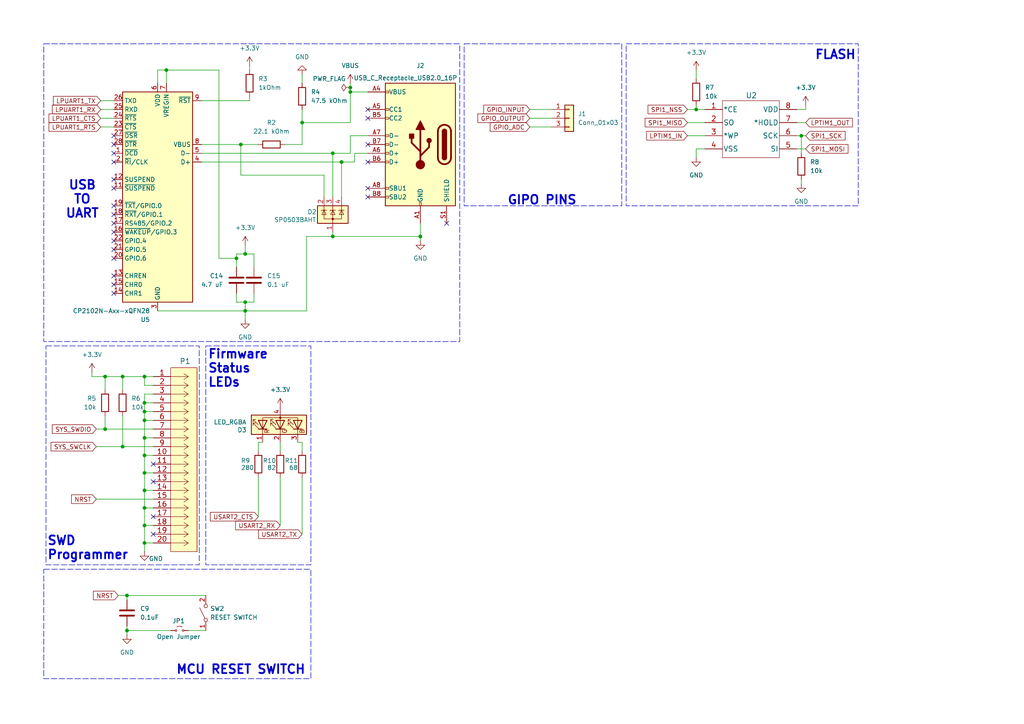
<source format=kicad_sch>
(kicad_sch (version 20231120) (generator "eeschema") (generator_version "8.0")
  (paper "A4")
  (lib_symbols
    (symbol "Connector:USB_C_Receptacle_USB2.0_16P" (pin_names (offset 1.016))
      (property "Reference" "J" (at 0 22.225 0))
      (property "Value" "USB_C_Receptacle_USB2.0_16P" (at 0 19.685 0))
      (symbol "USB_C_Receptacle_USB2.0_16P_0_0"
        (rectangle (start -0.254 -17.78) (end 0.254 -16.764))
        (rectangle (start 10.16 -14.986) (end 9.144 -15.494))
        (rectangle (start 10.16 -12.446) (end 9.144 -12.954))
        (rectangle (start 10.16 -4.826) (end 9.144 -5.334))
        (rectangle (start 10.16 -2.286) (end 9.144 -2.794))
        (rectangle (start 10.16 0.254) (end 9.144 -0.254))
        (rectangle (start 10.16 2.794) (end 9.144 2.286))
        (rectangle (start 10.16 7.874) (end 9.144 7.366))
        (rectangle (start 10.16 10.414) (end 9.144 9.906))
        (rectangle (start 10.16 15.494) (end 9.144 14.986))
      )
      (symbol "USB_C_Receptacle_USB2.0_16P_0_1"
        (rectangle (start -10.16 17.78) (end 10.16 -17.78) (stroke (width 0.254)) (fill (type background)))
        (arc (start -8.89 -3.81) (mid -6.985 -5.7067) (end -5.08 -3.81) (stroke (width 0.508)))
        (arc (start -7.62 -3.81) (mid -6.985 -4.4423) (end -6.35 -3.81) (stroke (width 0.254)))
        (arc (start -7.62 -3.81) (mid -6.985 -4.4423) (end -6.35 -3.81) (stroke (width 0.254)) (fill (type outline)))
        (rectangle (start -7.62 -3.81) (end -6.35 3.81) (stroke (width 0.254)) (fill (type outline)))
        (arc (start -6.35 3.81) (mid -6.985 4.4423) (end -7.62 3.81) (stroke (width 0.254)))
        (arc (start -6.35 3.81) (mid -6.985 4.4423) (end -7.62 3.81) (stroke (width 0.254)) (fill (type outline)))
        (arc (start -5.08 3.81) (mid -6.985 5.7067) (end -8.89 3.81) (stroke (width 0.508)))
        (circle (center -2.54 1.143) (radius 0.635) (stroke (width 0.254)) (fill (type outline)))
        (circle (center 0 -5.842) (radius 1.27) (fill (type outline)))
        (polyline (pts (xy -8.89 -3.81) (xy -8.89 3.81)) (stroke (width 0.508)))
        (polyline (pts (xy -5.08 3.81) (xy -5.08 -3.81)) (stroke (width 0.508)))
        (polyline (pts (xy 0 -5.842) (xy 0 4.318)) (stroke (width 0.508)))
        (polyline (pts (xy 0 -3.302) (xy -2.54 -0.762) (xy -2.54 0.508)) (stroke (width 0.508)))
        (polyline (pts (xy 0 -2.032) (xy 2.54 0.508) (xy 2.54 1.778)) (stroke (width 0.508)))
        (polyline (pts (xy -1.27 4.318) (xy 0 6.858) (xy 1.27 4.318) (xy -1.27 4.318)) (stroke (width 0.254)) (fill (type outline)))
        (rectangle (start 1.905 1.778) (end 3.175 3.048) (stroke (width 0.254)) (fill (type outline)))
      )
      (symbol "USB_C_Receptacle_USB2.0_16P_1_1"
        (pin passive line (at 0 -22.86 90) (length 5.08) (name "GND") (number "A1"))
        (pin passive line (at 0 -22.86 90) (length 5.08) hide (name "GND") (number "A12"))
        (pin passive line (at 15.24 15.24 180) (length 5.08) (name "VBUS") (number "A4"))
        (pin bidirectional line (at 15.24 10.16 180) (length 5.08) (name "CC1") (number "A5"))
        (pin bidirectional line (at 15.24 -2.54 180) (length 5.08) (name "D+") (number "A6"))
        (pin bidirectional line (at 15.24 2.54 180) (length 5.08) (name "D-") (number "A7"))
        (pin bidirectional line (at 15.24 -12.7 180) (length 5.08) (name "SBU1") (number "A8"))
        (pin passive line (at 15.24 15.24 180) (length 5.08) hide (name "VBUS") (number "A9"))
        (pin passive line (at 0 -22.86 90) (length 5.08) hide (name "GND") (number "B1"))
        (pin passive line (at 0 -22.86 90) (length 5.08) hide (name "GND") (number "B12"))
        (pin passive line (at 15.24 15.24 180) (length 5.08) hide (name "VBUS") (number "B4"))
        (pin bidirectional line (at 15.24 7.62 180) (length 5.08) (name "CC2") (number "B5"))
        (pin bidirectional line (at 15.24 -5.08 180) (length 5.08) (name "D+") (number "B6"))
        (pin bidirectional line (at 15.24 0 180) (length 5.08) (name "D-") (number "B7"))
        (pin bidirectional line (at 15.24 -15.24 180) (length 5.08) (name "SBU2") (number "B8"))
        (pin passive line (at 15.24 15.24 180) (length 5.08) hide (name "VBUS") (number "B9"))
        (pin passive line (at -7.62 -22.86 90) (length 5.08) (name "SHIELD") (number "S1"))
      )
    )
    (symbol "Connector_Generic:Conn_01x03" (pin_names (offset 1.016) hide)
      (property "Reference" "J" (at 0 5.08 0))
      (property "Value" "Conn_01x03" (at 0 -5.08 0))
      (symbol "Conn_01x03_1_1"
        (rectangle (start -1.27 -2.413) (end 0 -2.667) (stroke (width 0.1524)))
        (rectangle (start -1.27 0.127) (end 0 -0.127) (stroke (width 0.1524)))
        (rectangle (start -1.27 2.667) (end 0 2.413) (stroke (width 0.1524)))
        (rectangle (start -1.27 3.81) (end 1.27 -3.81) (stroke (width 0.254)) (fill (type background)))
        (pin passive line (at -5.08 2.54 0) (length 3.81) (name "Pin_1") (number "1"))
        (pin passive line (at -5.08 0 0) (length 3.81) (name "Pin_2") (number "2"))
        (pin passive line (at -5.08 -2.54 0) (length 3.81) (name "Pin_3") (number "3"))
      )
    )
    (symbol "Device:C" (pin_numbers hide) (pin_names (offset 0.254))
      (property "Reference" "C" (at 0.635 2.54 0))
      (property "Value" "C" (at 0.635 -2.54 0))
      (symbol "C_0_1"
        (polyline (pts (xy -2.032 -0.762) (xy 2.032 -0.762)) (stroke (width 0.508)))
        (polyline (pts (xy -2.032 0.762) (xy 2.032 0.762)) (stroke (width 0.508)))
      )
      (symbol "C_1_1"
        (pin passive line (at 0 3.81 270) (length 2.794) (name "~") (number "1"))
        (pin passive line (at 0 -3.81 90) (length 2.794) (name "~") (number "2"))
      )
    )
    (symbol "Device:LED_RGBA" (pin_names (offset 0) hide)
      (property "Reference" "D" (at 0 9.398 0))
      (property "Value" "LED_RGBA" (at 0 -8.89 0))
      (symbol "LED_RGBA_0_0"
        (text "B" (at -1.905 -6.35 0) (effects (font (size 1.27 1.27))))
        (text "G" (at -1.905 -1.27 0) (effects (font (size 1.27 1.27))))
        (text "R" (at -1.905 3.81 0) (effects (font (size 1.27 1.27))))
      )
      (symbol "LED_RGBA_0_1"
        (polyline (pts (xy -1.27 -5.08) (xy -2.54 -5.08)))
        (polyline (pts (xy -1.27 -5.08) (xy 1.27 -5.08)))
        (polyline (pts (xy -1.27 -3.81) (xy -1.27 -6.35)) (stroke (width 0.254)))
        (polyline (pts (xy -1.27 0) (xy -2.54 0)))
        (polyline (pts (xy -1.27 1.27) (xy -1.27 -1.27)) (stroke (width 0.254)))
        (polyline (pts (xy -1.27 5.08) (xy -2.54 5.08)))
        (polyline (pts (xy -1.27 5.08) (xy 1.27 5.08)))
        (polyline (pts (xy -1.27 6.35) (xy -1.27 3.81)) (stroke (width 0.254)))
        (polyline (pts (xy 1.27 0) (xy -1.27 0)))
        (polyline (pts (xy 1.27 0) (xy 2.54 0)))
        (polyline (pts (xy -1.27 1.27) (xy -1.27 -1.27) (xy -1.27 -1.27)))
        (polyline (pts (xy -1.27 6.35) (xy -1.27 3.81) (xy -1.27 3.81)))
        (polyline (pts (xy 1.27 -5.08) (xy 2.032 -5.08) (xy 2.032 5.08) (xy 1.27 5.08)))
        (polyline (pts (xy 1.27 -3.81) (xy 1.27 -6.35) (xy -1.27 -5.08) (xy 1.27 -3.81)) (stroke (width 0.254)))
        (polyline (pts (xy 1.27 1.27) (xy 1.27 -1.27) (xy -1.27 0) (xy 1.27 1.27)) (stroke (width 0.254)))
        (polyline (pts (xy 1.27 6.35) (xy 1.27 3.81) (xy -1.27 5.08) (xy 1.27 6.35)) (stroke (width 0.254)))
        (polyline (pts (xy -1.016 -3.81) (xy 0.508 -2.286) (xy -0.254 -2.286) (xy 0.508 -2.286) (xy 0.508 -3.048)))
        (polyline (pts (xy -1.016 1.27) (xy 0.508 2.794) (xy -0.254 2.794) (xy 0.508 2.794) (xy 0.508 2.032)))
        (polyline (pts (xy -1.016 6.35) (xy 0.508 7.874) (xy -0.254 7.874) (xy 0.508 7.874) (xy 0.508 7.112)))
        (polyline (pts (xy 0 -3.81) (xy 1.524 -2.286) (xy 0.762 -2.286) (xy 1.524 -2.286) (xy 1.524 -3.048)))
        (polyline (pts (xy 0 1.27) (xy 1.524 2.794) (xy 0.762 2.794) (xy 1.524 2.794) (xy 1.524 2.032)))
        (polyline (pts (xy 0 6.35) (xy 1.524 7.874) (xy 0.762 7.874) (xy 1.524 7.874) (xy 1.524 7.112)))
        (rectangle (start 1.27 -1.27) (end 1.27 1.27))
        (rectangle (start 1.27 1.27) (end 1.27 1.27))
        (rectangle (start 1.27 3.81) (end 1.27 6.35))
        (rectangle (start 1.27 6.35) (end 1.27 6.35))
        (circle (center 2.032 0) (radius 0.254) (fill (type outline)))
        (rectangle (start 2.794 8.382) (end -2.794 -7.62) (stroke (width 0.254)) (fill (type background)))
      )
      (symbol "LED_RGBA_1_1"
        (pin passive line (at -5.08 5.08 0) (length 2.54) (name "RK") (number "1"))
        (pin passive line (at -5.08 0 0) (length 2.54) (name "GK") (number "2"))
        (pin passive line (at -5.08 -5.08 0) (length 2.54) (name "BK") (number "3"))
        (pin passive line (at 5.08 0 180) (length 2.54) (name "A") (number "4"))
      )
    )
    (symbol "Device:R" (pin_numbers hide) (pin_names (offset 0))
      (property "Reference" "R" (at 2.032 0 90))
      (property "Value" "R" (at 0 0 90))
      (symbol "R_0_1"
        (rectangle (start -1.016 -2.54) (end 1.016 2.54) (stroke (width 0.254)))
      )
      (symbol "R_1_1"
        (pin passive line (at 0 3.81 270) (length 1.27) (name "~") (number "1"))
        (pin passive line (at 0 -3.81 90) (length 1.27) (name "~") (number "2"))
      )
    )
    (symbol "Flight-Computer-cache:Engine-Controller_SST25VF040B-50-4I-S2AE-T" (pin_names (offset 0.254))
      (property "Reference" "U" (at -2.54 6.35 0))
      (property "Value" "Engine-Controller_SST25VF040B-50-4I-S2AE-T" (at 0 -13.97 0))
      (symbol "Engine-Controller_SST25VF040B-50-4I-S2AE-T_1_1"
        (polyline (pts (xy -8.89 -11.43) (xy 7.62 -11.43)) (stroke (width 0.127)))
        (polyline (pts (xy -8.89 5.08) (xy -8.89 -11.43)) (stroke (width 0.127)))
        (polyline (pts (xy 7.62 -11.43) (xy 7.62 5.08)) (stroke (width 0.127)))
        (polyline (pts (xy 7.62 5.08) (xy -8.89 5.08)) (stroke (width 0.127)))
        (pin input line (at -13.97 2.54 0) (length 5.08) (name "*CE") (number "1"))
        (pin output line (at -13.97 -1.27 0) (length 5.08) (name "SO") (number "2"))
        (pin input line (at -13.97 -5.08 0) (length 5.08) (name "*WP") (number "3"))
        (pin power_in line (at -13.97 -8.89 0) (length 5.08) (name "VSS") (number "4"))
        (pin input line (at 12.7 -8.89 180) (length 5.08) (name "SI") (number "5"))
        (pin input line (at 12.7 -5.08 180) (length 5.08) (name "SCK") (number "6"))
        (pin input line (at 12.7 -1.27 180) (length 5.08) (name "*HOLD") (number "7"))
        (pin power_in line (at 12.7 2.54 180) (length 5.08) (name "VDD") (number "8"))
      )
    )
    (symbol "Flight-Computer:3220-20-0200-00" (pin_names (offset 0.254) hide)
      (property "Reference" "P" (at 8.89 6.35 0))
      (symbol "3220-20-0200-00_1_1"
        (polyline (pts (xy 5.08 -50.8) (xy 12.7 -50.8)) (stroke (width 0.127)))
        (polyline (pts (xy 5.08 2.54) (xy 5.08 -50.8)) (stroke (width 0.127)))
        (polyline (pts (xy 10.16 -48.26) (xy 5.08 -48.26)) (stroke (width 0.127)))
        (polyline (pts (xy 10.16 -48.26) (xy 8.89 -49.0982)) (stroke (width 0.127)))
        (polyline (pts (xy 10.16 -48.26) (xy 8.89 -47.4218)) (stroke (width 0.127)))
        (polyline (pts (xy 10.16 -45.72) (xy 5.08 -45.72)) (stroke (width 0.127)))
        (polyline (pts (xy 10.16 -45.72) (xy 8.89 -46.5582)) (stroke (width 0.127)))
        (polyline (pts (xy 10.16 -45.72) (xy 8.89 -44.8818)) (stroke (width 0.127)))
        (polyline (pts (xy 10.16 -43.18) (xy 5.08 -43.18)) (stroke (width 0.127)))
        (polyline (pts (xy 10.16 -43.18) (xy 8.89 -44.0182)) (stroke (width 0.127)))
        (polyline (pts (xy 10.16 -43.18) (xy 8.89 -42.3418)) (stroke (width 0.127)))
        (polyline (pts (xy 10.16 -40.64) (xy 5.08 -40.64)) (stroke (width 0.127)))
        (polyline (pts (xy 10.16 -40.64) (xy 8.89 -41.4782)) (stroke (width 0.127)))
        (polyline (pts (xy 10.16 -40.64) (xy 8.89 -39.8018)) (stroke (width 0.127)))
        (polyline (pts (xy 10.16 -38.1) (xy 5.08 -38.1)) (stroke (width 0.127)))
        (polyline (pts (xy 10.16 -38.1) (xy 8.89 -38.9382)) (stroke (width 0.127)))
        (polyline (pts (xy 10.16 -38.1) (xy 8.89 -37.2618)) (stroke (width 0.127)))
        (polyline (pts (xy 10.16 -35.56) (xy 5.08 -35.56)) (stroke (width 0.127)))
        (polyline (pts (xy 10.16 -35.56) (xy 8.89 -36.3982)) (stroke (width 0.127)))
        (polyline (pts (xy 10.16 -35.56) (xy 8.89 -34.7218)) (stroke (width 0.127)))
        (polyline (pts (xy 10.16 -33.02) (xy 5.08 -33.02)) (stroke (width 0.127)))
        (polyline (pts (xy 10.16 -33.02) (xy 8.89 -33.8582)) (stroke (width 0.127)))
        (polyline (pts (xy 10.16 -33.02) (xy 8.89 -32.1818)) (stroke (width 0.127)))
        (polyline (pts (xy 10.16 -30.48) (xy 5.08 -30.48)) (stroke (width 0.127)))
        (polyline (pts (xy 10.16 -30.48) (xy 8.89 -31.3182)) (stroke (width 0.127)))
        (polyline (pts (xy 10.16 -30.48) (xy 8.89 -29.6418)) (stroke (width 0.127)))
        (polyline (pts (xy 10.16 -27.94) (xy 5.08 -27.94)) (stroke (width 0.127)))
        (polyline (pts (xy 10.16 -27.94) (xy 8.89 -28.7782)) (stroke (width 0.127)))
        (polyline (pts (xy 10.16 -27.94) (xy 8.89 -27.1018)) (stroke (width 0.127)))
        (polyline (pts (xy 10.16 -25.4) (xy 5.08 -25.4)) (stroke (width 0.127)))
        (polyline (pts (xy 10.16 -25.4) (xy 8.89 -26.2382)) (stroke (width 0.127)))
        (polyline (pts (xy 10.16 -25.4) (xy 8.89 -24.5618)) (stroke (width 0.127)))
        (polyline (pts (xy 10.16 -22.86) (xy 5.08 -22.86)) (stroke (width 0.127)))
        (polyline (pts (xy 10.16 -22.86) (xy 8.89 -23.6982)) (stroke (width 0.127)))
        (polyline (pts (xy 10.16 -22.86) (xy 8.89 -22.0218)) (stroke (width 0.127)))
        (polyline (pts (xy 10.16 -20.32) (xy 5.08 -20.32)) (stroke (width 0.127)))
        (polyline (pts (xy 10.16 -20.32) (xy 8.89 -21.1582)) (stroke (width 0.127)))
        (polyline (pts (xy 10.16 -20.32) (xy 8.89 -19.4818)) (stroke (width 0.127)))
        (polyline (pts (xy 10.16 -17.78) (xy 5.08 -17.78)) (stroke (width 0.127)))
        (polyline (pts (xy 10.16 -17.78) (xy 8.89 -18.6182)) (stroke (width 0.127)))
        (polyline (pts (xy 10.16 -17.78) (xy 8.89 -16.9418)) (stroke (width 0.127)))
        (polyline (pts (xy 10.16 -15.24) (xy 5.08 -15.24)) (stroke (width 0.127)))
        (polyline (pts (xy 10.16 -15.24) (xy 8.89 -16.0782)) (stroke (width 0.127)))
        (polyline (pts (xy 10.16 -15.24) (xy 8.89 -14.4018)) (stroke (width 0.127)))
        (polyline (pts (xy 10.16 -12.7) (xy 5.08 -12.7)) (stroke (width 0.127)))
        (polyline (pts (xy 10.16 -12.7) (xy 8.89 -13.5382)) (stroke (width 0.127)))
        (polyline (pts (xy 10.16 -12.7) (xy 8.89 -11.8618)) (stroke (width 0.127)))
        (polyline (pts (xy 10.16 -10.16) (xy 5.08 -10.16)) (stroke (width 0.127)))
        (polyline (pts (xy 10.16 -10.16) (xy 8.89 -10.9982)) (stroke (width 0.127)))
        (polyline (pts (xy 10.16 -10.16) (xy 8.89 -9.3218)) (stroke (width 0.127)))
        (polyline (pts (xy 10.16 -7.62) (xy 5.08 -7.62)) (stroke (width 0.127)))
        (polyline (pts (xy 10.16 -7.62) (xy 8.89 -8.4582)) (stroke (width 0.127)))
        (polyline (pts (xy 10.16 -7.62) (xy 8.89 -6.7818)) (stroke (width 0.127)))
        (polyline (pts (xy 10.16 -5.08) (xy 5.08 -5.08)) (stroke (width 0.127)))
        (polyline (pts (xy 10.16 -5.08) (xy 8.89 -5.9182)) (stroke (width 0.127)))
        (polyline (pts (xy 10.16 -5.08) (xy 8.89 -4.2418)) (stroke (width 0.127)))
        (polyline (pts (xy 10.16 -2.54) (xy 5.08 -2.54)) (stroke (width 0.127)))
        (polyline (pts (xy 10.16 -2.54) (xy 8.89 -3.3782)) (stroke (width 0.127)))
        (polyline (pts (xy 10.16 -2.54) (xy 8.89 -1.7018)) (stroke (width 0.127)))
        (polyline (pts (xy 10.16 0) (xy 5.08 0)) (stroke (width 0.127)))
        (polyline (pts (xy 10.16 0) (xy 8.89 -0.8382)) (stroke (width 0.127)))
        (polyline (pts (xy 10.16 0) (xy 8.89 0.8382)) (stroke (width 0.127)))
        (polyline (pts (xy 12.7 -50.8) (xy 12.7 2.54)) (stroke (width 0.127)))
        (polyline (pts (xy 12.7 2.54) (xy 5.08 2.54)) (stroke (width 0.127)) (fill (type background)))
        (rectangle (start 5.08 2.54) (end 12.7 -50.8) (stroke (width 0.127)) (fill (type background)))
        (pin passive line (at 0 0 0) (length 5.08) (name "1") (number "1"))
        (pin passive line (at 0 -22.86 0) (length 5.08) (name "10") (number "10"))
        (pin passive line (at 0 -25.4 0) (length 5.08) (name "11") (number "11"))
        (pin passive line (at 0 -27.94 0) (length 5.08) (name "12") (number "12"))
        (pin passive line (at 0 -30.48 0) (length 5.08) (name "13") (number "13"))
        (pin passive line (at 0 -33.02 0) (length 5.08) (name "14") (number "14"))
        (pin passive line (at 0 -35.56 0) (length 5.08) (name "15") (number "15"))
        (pin passive line (at 0 -38.1 0) (length 5.08) (name "16") (number "16"))
        (pin passive line (at 0 -40.64 0) (length 5.08) (name "17") (number "17"))
        (pin passive line (at 0 -43.18 0) (length 5.08) (name "18") (number "18"))
        (pin passive line (at 0 -45.72 0) (length 5.08) (name "19") (number "19"))
        (pin passive line (at 0 -2.54 0) (length 5.08) (name "2") (number "2"))
        (pin passive line (at 0 -48.26 0) (length 5.08) (name "20") (number "20"))
        (pin passive line (at 0 -5.08 0) (length 5.08) (name "3") (number "3"))
        (pin passive line (at 0 -7.62 0) (length 5.08) (name "4") (number "4"))
        (pin passive line (at 0 -10.16 0) (length 5.08) (name "5") (number "5"))
        (pin passive line (at 0 -12.7 0) (length 5.08) (name "6") (number "6"))
        (pin passive line (at 0 -15.24 0) (length 5.08) (name "7") (number "7"))
        (pin passive line (at 0 -17.78 0) (length 5.08) (name "8") (number "8"))
        (pin passive line (at 0 -20.32 0) (length 5.08) (name "9") (number "9"))
      )
    )
    (symbol "Interface_USB:CP2102N-Axx-xQFN28"
      (property "Reference" "U" (at -8.89 31.75 0))
      (property "Value" "CP2102N-Axx-xQFN28" (at 12.7 31.75 0))
      (symbol "CP2102N-Axx-xQFN28_0_1"
        (rectangle (start -10.16 30.48) (end 10.16 -30.48) (stroke (width 0.254)) (fill (type background)))
      )
      (symbol "CP2102N-Axx-xQFN28_1_1"
        (pin input line (at 12.7 12.7 180) (length 2.54) (name "~{DCD}") (number "1"))
        (pin no_connect line (at -10.16 -27.94 0) (length 2.54) hide (name "NC") (number "10"))
        (pin output line (at 12.7 2.54 180) (length 2.54) (name "~{SUSPEND}") (number "11"))
        (pin output line (at 12.7 5.08 180) (length 2.54) (name "SUSPEND") (number "12"))
        (pin output line (at 12.7 -22.86 180) (length 2.54) (name "CHREN") (number "13"))
        (pin output line (at 12.7 -27.94 180) (length 2.54) (name "CHR1") (number "14"))
        (pin output line (at 12.7 -25.4 180) (length 2.54) (name "CHR0") (number "15"))
        (pin bidirectional line (at 12.7 -10.16 180) (length 2.54) (name "~{WAKEUP}/GPIO.3") (number "16"))
        (pin bidirectional line (at 12.7 -7.62 180) (length 2.54) (name "RS485/GPIO.2") (number "17"))
        (pin bidirectional line (at 12.7 -5.08 180) (length 2.54) (name "~{RXT}/GPIO.1") (number "18"))
        (pin bidirectional line (at 12.7 -2.54 180) (length 2.54) (name "~{TXT}/GPIO.0") (number "19"))
        (pin bidirectional line (at 12.7 10.16 180) (length 2.54) (name "~{RI}/CLK") (number "2"))
        (pin bidirectional line (at 12.7 -17.78 180) (length 2.54) (name "GPIO.6") (number "20"))
        (pin bidirectional line (at 12.7 -15.24 180) (length 2.54) (name "GPIO.5") (number "21"))
        (pin bidirectional line (at 12.7 -12.7 180) (length 2.54) (name "GPIO.4") (number "22"))
        (pin input line (at 12.7 20.32 180) (length 2.54) (name "~{CTS}") (number "23"))
        (pin output line (at 12.7 22.86 180) (length 2.54) (name "~{RTS}") (number "24"))
        (pin input line (at 12.7 25.4 180) (length 2.54) (name "RXD") (number "25"))
        (pin output line (at 12.7 27.94 180) (length 2.54) (name "TXD") (number "26"))
        (pin input line (at 12.7 17.78 180) (length 2.54) (name "~{DSR}") (number "27"))
        (pin output line (at 12.7 15.24 180) (length 2.54) (name "~{DTR}") (number "28"))
        (pin passive line (at 0 -33.02 90) (length 2.54) hide (name "GND") (number "29"))
        (pin power_in line (at 0 -33.02 90) (length 2.54) (name "GND") (number "3"))
        (pin bidirectional line (at -12.7 10.16 0) (length 2.54) (name "D+") (number "4"))
        (pin bidirectional line (at -12.7 12.7 0) (length 2.54) (name "D-") (number "5"))
        (pin power_in line (at 0 33.02 270) (length 2.54) (name "VDD") (number "6"))
        (pin power_in line (at -2.54 33.02 270) (length 2.54) (name "VREGIN") (number "7"))
        (pin input line (at -12.7 15.24 0) (length 2.54) (name "VBUS") (number "8"))
        (pin input line (at -12.7 27.94 0) (length 2.54) (name "~{RST}") (number "9"))
      )
    )
    (symbol "Jumper:Jumper_2_Small_Open" (pin_numbers hide) (pin_names (offset 0) hide) (exclude_from_sim yes)
      (property "Reference" "JP" (at 0 2.794 0))
      (property "Value" "Jumper_2_Small_Open" (at 0 -2.286 0))
      (symbol "Jumper_2_Small_Open_0_0"
        (circle (center -1.016 0) (radius 0.254))
        (circle (center 1.016 0) (radius 0.254))
      )
      (symbol "Jumper_2_Small_Open_0_1"
        (arc (start 0.762 1.0196) (mid 0 1.2729) (end -0.762 1.0196))
      )
      (symbol "Jumper_2_Small_Open_1_1"
        (pin passive line (at -2.54 0 0) (length 1.27) (name "A") (number "1"))
        (pin passive line (at 2.54 0 180) (length 1.27) (name "B") (number "2"))
      )
    )
    (symbol "Power_Protection:SP0503BAHT" (pin_names hide)
      (property "Reference" "D" (at 5.715 2.54 0))
      (property "Value" "SP0503BAHT" (at 5.715 0.635 0))
      (symbol "SP0503BAHT_0_0"
        (pin passive line (at 0 -5.08 90) (length 2.54) (name "A") (number "1"))
      )
      (symbol "SP0503BAHT_0_1"
        (rectangle (start -4.445 2.54) (end 4.445 -2.54) (stroke (width 0.254)) (fill (type background)))
        (circle (center 0 -1.27) (radius 0.254) (fill (type outline)))
        (polyline (pts (xy -2.54 2.54) (xy -2.54 1.27)))
        (polyline (pts (xy 0 -1.27) (xy 0 -2.54)))
        (polyline (pts (xy 0 -1.27) (xy 0 1.27)))
        (polyline (pts (xy 0 2.54) (xy 0 1.27)))
        (polyline (pts (xy 0.635 1.27) (xy 0.762 1.27)))
        (polyline (pts (xy 2.54 2.54) (xy 2.54 1.27)))
        (polyline (pts (xy 0.635 1.27) (xy -0.762 1.27) (xy -0.762 1.016)))
        (polyline (pts (xy -3.302 1.016) (xy -3.302 1.27) (xy -1.905 1.27) (xy -1.778 1.27)))
        (polyline (pts (xy -2.54 1.27) (xy -2.54 -1.27) (xy 2.54 -1.27) (xy 2.54 1.27)))
        (polyline (pts (xy -2.54 1.27) (xy -1.905 0) (xy -3.175 0) (xy -2.54 1.27)))
        (polyline (pts (xy 0.635 0) (xy -0.635 0) (xy 0 1.27) (xy 0.635 0)))
        (polyline (pts (xy 1.778 1.016) (xy 1.778 1.27) (xy 3.175 1.27) (xy 3.302 1.27)))
        (polyline (pts (xy 2.54 1.27) (xy 1.905 0) (xy 3.175 0) (xy 2.54 1.27)))
      )
      (symbol "SP0503BAHT_1_1"
        (pin passive line (at -2.54 5.08 270) (length 2.54) (name "K") (number "2"))
        (pin passive line (at 0 5.08 270) (length 2.54) (name "K") (number "3"))
        (pin passive line (at 2.54 5.08 270) (length 2.54) (name "K") (number "4"))
      )
    )
    (symbol "Switch:SW_SPST" (pin_names (offset 0) hide)
      (property "Reference" "SW" (at 0 3.175 0))
      (property "Value" "SW_SPST" (at 0 -2.54 0))
      (symbol "SW_SPST_0_0"
        (circle (center -2.032 0) (radius 0.508))
        (polyline (pts (xy -1.524 0.254) (xy 1.524 1.778)))
        (circle (center 2.032 0) (radius 0.508))
      )
      (symbol "SW_SPST_1_1"
        (pin passive line (at -5.08 0 0) (length 2.54) (name "A") (number "1"))
        (pin passive line (at 5.08 0 180) (length 2.54) (name "B") (number "2"))
      )
    )
    (symbol "power:+3.3V" (power) (pin_numbers hide) (pin_names (offset 0) hide)
      (property "Value" "+3.3V" (at 0 3.556 0))
      (symbol "+3.3V_0_1"
        (polyline (pts (xy -0.762 1.27) (xy 0 2.54)))
        (polyline (pts (xy 0 0) (xy 0 2.54)))
        (polyline (pts (xy 0 2.54) (xy 0.762 1.27)))
      )
      (symbol "+3.3V_1_1"
        (pin power_in line (at 0 0 90) (length 0) (name "~") (number "1"))
      )
    )
    (symbol "power:GND" (power) (pin_numbers hide) (pin_names (offset 0) hide)
      (property "Value" "GND" (at 0 -3.81 0))
      (symbol "GND_0_1"
        (polyline (pts (xy 0 0) (xy 0 -1.27) (xy 1.27 -1.27) (xy 0 -2.54) (xy -1.27 -1.27) (xy 0 -1.27)))
      )
      (symbol "GND_1_1"
        (pin power_in line (at 0 0 270) (length 0) (name "~") (number "1"))
      )
    )
    (symbol "power:PWR_FLAG" (power) (pin_numbers hide) (pin_names (offset 0) hide)
      (property "Value" "PWR_FLAG" (at 0 3.81 0))
      (symbol "PWR_FLAG_0_0"
        (pin power_out line (at 0 0 90) (length 0) (name "~") (number "1"))
      )
      (symbol "PWR_FLAG_0_1"
        (polyline (pts (xy 0 0) (xy 0 1.27) (xy -1.016 1.905) (xy 0 2.54) (xy 1.016 1.905) (xy 0 1.27)))
      )
    )
    (symbol "power:VBUS" (power) (pin_numbers hide) (pin_names (offset 0) hide)
      (property "Value" "VBUS" (at 0 3.556 0))
      (symbol "VBUS_0_1"
        (polyline (pts (xy -0.762 1.27) (xy 0 2.54)))
        (polyline (pts (xy 0 0) (xy 0 2.54)))
        (polyline (pts (xy 0 2.54) (xy 0.762 1.27)))
      )
      (symbol "VBUS_1_1"
        (pin power_in line (at 0 0 90) (length 0) (name "~") (number "1"))
      )
    )
  )
  (junction (at 41.91 137.16))
  (junction (at 71.12 73.66))
  (junction (at 96.52 44.45))
  (junction (at 41.91 119.38))
  (junction (at 41.91 121.92))
  (junction (at 41.91 109.22))
  (junction (at 96.52 68.58))
  (junction (at 71.12 87.63))
  (junction (at 41.91 132.08))
  (junction (at 36.83 172.72))
  (junction (at 36.83 182.88))
  (junction (at 99.06 46.99))
  (junction (at 71.12 90.17))
  (junction (at 35.56 109.22))
  (junction (at 69.85 41.91))
  (junction (at 41.91 147.32))
  (junction (at 68.58 74.93))
  (junction (at 41.91 116.84))
  (junction (at 41.91 152.4))
  (junction (at 121.92 68.58))
  (junction (at 232.41 39.37))
  (junction (at 41.91 142.24))
  (junction (at 41.91 157.48))
  (junction (at 30.48 109.22))
  (junction (at 201.93 31.75))
  (junction (at 30.48 124.46))
  (junction (at 41.91 127))
  (junction (at 87.63 35.56))
  (junction (at 101.6 25.4))
  (junction (at 101.6 26.67))
  (junction (at 48.26 20.32))
  (junction (at 35.56 129.54))
  (no_connect (at 33.02 69.85))
  (no_connect (at 44.45 134.62))
  (no_connect (at 106.68 34.29))
  (no_connect (at 33.02 85.09))
  (no_connect (at 33.02 67.31))
  (no_connect (at 33.02 74.93))
  (no_connect (at 44.45 149.86))
  (no_connect (at 33.02 44.45))
  (no_connect (at 129.54 64.77))
  (no_connect (at 106.68 54.61))
  (no_connect (at 106.68 46.99))
  (no_connect (at 33.02 82.55))
  (no_connect (at 33.02 52.07))
  (no_connect (at 44.45 139.7))
  (no_connect (at 33.02 54.61))
  (no_connect (at 33.02 72.39))
  (no_connect (at 106.68 41.91))
  (no_connect (at 33.02 39.37))
  (no_connect (at 106.68 57.15))
  (no_connect (at 106.68 31.75))
  (no_connect (at 33.02 80.01))
  (no_connect (at 33.02 59.69))
  (no_connect (at 44.45 154.94))
  (no_connect (at 33.02 41.91))
  (no_connect (at 33.02 64.77))
  (no_connect (at 33.02 62.23))
  (no_connect (at 33.02 46.99))
  (wire (pts (xy 41.91 119.38) (xy 41.91 121.92)))
  (wire (pts (xy 153.67 34.29) (xy 160.02 34.29)))
  (wire (pts (xy 76.2 128.27) (xy 74.93 128.27)))
  (wire (pts (xy 44.45 132.08) (xy 41.91 132.08)))
  (wire (pts (xy 68.58 73.66) (xy 71.12 73.66)))
  (wire (pts (xy 87.63 31.75) (xy 87.63 35.56)))
  (wire (pts (xy 121.92 68.58) (xy 96.52 68.58)))
  (wire (pts (xy 68.58 87.63) (xy 71.12 87.63)))
  (wire (pts (xy 41.91 137.16) (xy 41.91 142.24)))
  (wire (pts (xy 101.6 35.56) (xy 101.6 26.67)))
  (wire (pts (xy 153.67 31.75) (xy 160.02 31.75)))
  (wire (pts (xy 44.45 142.24) (xy 41.91 142.24)))
  (wire (pts (xy 36.83 182.88) (xy 36.83 184.15)))
  (wire (pts (xy 44.45 137.16) (xy 41.91 137.16)))
  (wire (pts (xy 71.12 87.63) (xy 73.66 87.63)))
  (wire (pts (xy 34.29 172.72) (xy 36.83 172.72)))
  (wire (pts (xy 44.45 119.38) (xy 41.91 119.38)))
  (wire (pts (xy 30.48 109.22) (xy 35.56 109.22)))
  (wire (pts (xy 26.67 109.22) (xy 30.48 109.22)))
  (wire (pts (xy 44.45 152.4) (xy 41.91 152.4)))
  (wire (pts (xy 48.26 20.32) (xy 48.26 24.13)))
  (wire (pts (xy 71.12 71.12) (xy 71.12 73.66)))
  (wire (pts (xy 41.91 114.3) (xy 41.91 116.84)))
  (wire (pts (xy 72.39 19.05) (xy 72.39 20.32)))
  (wire (pts (xy 204.47 43.18) (xy 201.93 43.18)))
  (wire (pts (xy 45.72 90.17) (xy 71.12 90.17)))
  (wire (pts (xy 35.56 109.22) (xy 35.56 113.03)))
  (wire (pts (xy 29.21 29.21) (xy 33.02 29.21)))
  (wire (pts (xy 44.45 127) (xy 41.91 127)))
  (wire (pts (xy 36.83 172.72) (xy 36.83 173.99)))
  (wire (pts (xy 58.42 41.91) (xy 69.85 41.91)))
  (wire (pts (xy 41.91 132.08) (xy 41.91 137.16)))
  (wire (pts (xy 41.91 116.84) (xy 41.91 119.38)))
  (wire (pts (xy 232.41 39.37) (xy 233.68 39.37)))
  (wire (pts (xy 45.72 20.32) (xy 48.26 20.32)))
  (wire (pts (xy 41.91 109.22) (xy 44.45 109.22)))
  (wire (pts (xy 44.45 121.92) (xy 41.91 121.92)))
  (wire (pts (xy 121.92 68.58) (xy 121.92 69.85)))
  (wire (pts (xy 101.6 39.37) (xy 101.6 44.45)))
  (wire (pts (xy 41.91 111.76) (xy 41.91 109.22)))
  (wire (pts (xy 101.6 25.4) (xy 101.6 26.67)))
  (wire (pts (xy 41.91 127) (xy 41.91 132.08)))
  (wire (pts (xy 87.63 128.27) (xy 87.63 130.81)))
  (wire (pts (xy 35.56 109.22) (xy 41.91 109.22)))
  (wire (pts (xy 44.45 111.76) (xy 41.91 111.76)))
  (wire (pts (xy 232.41 39.37) (xy 232.41 44.45)))
  (wire (pts (xy 44.45 114.3) (xy 41.91 114.3)))
  (wire (pts (xy 74.93 128.27) (xy 74.93 130.81)))
  (wire (pts (xy 201.93 20.32) (xy 201.93 22.86)))
  (wire (pts (xy 231.14 43.18) (xy 233.68 43.18)))
  (wire (pts (xy 201.93 30.48) (xy 201.93 31.75)))
  (wire (pts (xy 29.21 36.83) (xy 33.02 36.83)))
  (wire (pts (xy 93.98 57.15) (xy 93.98 50.8)))
  (wire (pts (xy 102.87 44.45) (xy 106.68 44.45)))
  (wire (pts (xy 54.61 182.88) (xy 59.69 182.88)))
  (wire (pts (xy 233.68 31.75) (xy 233.68 30.48)))
  (wire (pts (xy 87.63 35.56) (xy 101.6 35.56)))
  (wire (pts (xy 82.55 41.91) (xy 87.63 41.91)))
  (wire (pts (xy 201.93 31.75) (xy 204.47 31.75)))
  (wire (pts (xy 30.48 109.22) (xy 30.48 113.03)))
  (wire (pts (xy 27.94 124.46) (xy 30.48 124.46)))
  (wire (pts (xy 73.66 85.09) (xy 73.66 87.63)))
  (wire (pts (xy 87.63 35.56) (xy 87.63 41.91)))
  (wire (pts (xy 27.94 129.54) (xy 35.56 129.54)))
  (wire (pts (xy 199.39 31.75) (xy 201.93 31.75)))
  (wire (pts (xy 69.85 50.8) (xy 93.98 50.8)))
  (wire (pts (xy 99.06 46.99) (xy 102.87 46.99)))
  (wire (pts (xy 63.5 74.93) (xy 68.58 74.93)))
  (wire (pts (xy 29.21 34.29) (xy 33.02 34.29)))
  (wire (pts (xy 87.63 21.59) (xy 87.63 24.13)))
  (wire (pts (xy 81.28 138.43) (xy 81.28 152.4)))
  (wire (pts (xy 41.91 142.24) (xy 41.91 147.32)))
  (wire (pts (xy 29.21 31.75) (xy 33.02 31.75)))
  (wire (pts (xy 199.39 39.37) (xy 204.47 39.37)))
  (wire (pts (xy 36.83 182.88) (xy 49.53 182.88)))
  (wire (pts (xy 44.45 116.84) (xy 41.91 116.84)))
  (wire (pts (xy 68.58 77.47) (xy 68.58 74.93)))
  (wire (pts (xy 88.9 90.17) (xy 71.12 90.17)))
  (wire (pts (xy 41.91 147.32) (xy 41.91 152.4)))
  (wire (pts (xy 231.14 35.56) (xy 233.68 35.56)))
  (wire (pts (xy 69.85 50.8) (xy 69.85 41.91)))
  (wire (pts (xy 101.6 24.13) (xy 101.6 25.4)))
  (wire (pts (xy 232.41 52.07) (xy 232.41 53.34)))
  (wire (pts (xy 87.63 138.43) (xy 87.63 154.94)))
  (wire (pts (xy 63.5 20.32) (xy 63.5 74.93)))
  (wire (pts (xy 41.91 152.4) (xy 41.91 157.48)))
  (wire (pts (xy 201.93 43.18) (xy 201.93 45.72)))
  (wire (pts (xy 86.36 128.27) (xy 87.63 128.27)))
  (wire (pts (xy 58.42 29.21) (xy 72.39 29.21)))
  (wire (pts (xy 36.83 172.72) (xy 59.69 172.72)))
  (wire (pts (xy 41.91 157.48) (xy 41.91 160.02)))
  (wire (pts (xy 44.45 147.32) (xy 41.91 147.32)))
  (wire (pts (xy 71.12 90.17) (xy 71.12 92.71)))
  (wire (pts (xy 30.48 120.65) (xy 30.48 124.46)))
  (wire (pts (xy 88.9 68.58) (xy 88.9 90.17)))
  (wire (pts (xy 35.56 129.54) (xy 44.45 129.54)))
  (wire (pts (xy 101.6 26.67) (xy 106.68 26.67)))
  (wire (pts (xy 35.56 120.65) (xy 35.56 129.54)))
  (wire (pts (xy 36.83 181.61) (xy 36.83 182.88)))
  (wire (pts (xy 72.39 29.21) (xy 72.39 27.94)))
  (wire (pts (xy 102.87 46.99) (xy 102.87 44.45)))
  (wire (pts (xy 73.66 73.66) (xy 73.66 77.47)))
  (wire (pts (xy 58.42 46.99) (xy 99.06 46.99)))
  (wire (pts (xy 58.42 44.45) (xy 96.52 44.45)))
  (wire (pts (xy 99.06 57.15) (xy 99.06 46.99)))
  (wire (pts (xy 153.67 36.83) (xy 160.02 36.83)))
  (wire (pts (xy 27.94 144.78) (xy 44.45 144.78)))
  (wire (pts (xy 44.45 157.48) (xy 41.91 157.48)))
  (wire (pts (xy 68.58 87.63) (xy 68.58 85.09)))
  (wire (pts (xy 68.58 74.93) (xy 68.58 73.66)))
  (wire (pts (xy 121.92 64.77) (xy 121.92 68.58)))
  (wire (pts (xy 231.14 31.75) (xy 233.68 31.75)))
  (wire (pts (xy 96.52 67.31) (xy 96.52 68.58)))
  (wire (pts (xy 74.93 138.43) (xy 74.93 149.86)))
  (wire (pts (xy 71.12 73.66) (xy 73.66 73.66)))
  (wire (pts (xy 96.52 44.45) (xy 96.52 57.15)))
  (wire (pts (xy 96.52 44.45) (xy 101.6 44.45)))
  (wire (pts (xy 231.14 39.37) (xy 232.41 39.37)))
  (wire (pts (xy 48.26 20.32) (xy 63.5 20.32)))
  (wire (pts (xy 199.39 35.56) (xy 204.47 35.56)))
  (wire (pts (xy 45.72 20.32) (xy 45.72 24.13)))
  (wire (pts (xy 81.28 128.27) (xy 81.28 130.81)))
  (wire (pts (xy 30.48 124.46) (xy 44.45 124.46)))
  (wire (pts (xy 71.12 87.63) (xy 71.12 90.17)))
  (wire (pts (xy 26.67 107.95) (xy 26.67 109.22)))
  (wire (pts (xy 41.91 121.92) (xy 41.91 127)))
  (wire (pts (xy 69.85 41.91) (xy 74.93 41.91)))
  (wire (pts (xy 96.52 68.58) (xy 88.9 68.58)))
  (wire (pts (xy 101.6 39.37) (xy 106.68 39.37)))
  (rectangle (start 12.7 12.7) (end 133.35 99.06) (stroke (width 0) (type dash)))
  (rectangle (start 181.61 12.7) (end 248.92 59.69) (stroke (width 0) (type dash)))
  (rectangle (start 59.69 100.33) (end 90.17 163.83) (stroke (width 0) (type dash)))
  (rectangle (start 134.62 12.7) (end 180.34 59.69) (stroke (width 0) (type dash)))
  (rectangle (start 13.335 100.33) (end 57.785 163.83) (stroke (width 0) (type dash)))
  (rectangle (start 12.7 165.1) (end 90.17 196.85) (stroke (width 0) (type dash)))
  (text "SWD\nProgrammer\n" (at 13.589 159.004 0) (effects (font (size 2.54 2.54) (thickness 0.508) (bold yes)) (justify left)))
  (text "Firmware \nStatus\nLEDs" (at 60.198 106.934 0) (effects (font (size 2.54 2.54) (thickness 0.508) (bold yes)) (justify left)))
  (text "FLASH" (at 242.316 16.002 0) (effects (font (size 2.54 2.54) (thickness 0.508) (bold yes))))
  (text "MCU RESET SWITCH" (at 69.85 194.31 0) (effects (font (size 2.54 2.54) (thickness 0.508) (bold yes))))
  (text "USB\nTO\nUART" (at 23.876 57.912 0) (effects (font (size 2.54 2.54) (thickness 0.508) (bold yes))))
  (text "GIPO PINS\n" (at 157.226 58.166 0) (effects (font (size 2.54 2.54) (thickness 0.508) (bold yes))))
  (global_label "NRST" (shape input) (at 34.29 172.72 180) (property "Intersheetrefs" "${INTERSHEET_REFS}" (effects (hide yes))))
  (global_label "SYS_SWCLK" (shape input) (at 27.94 129.54 180) (property "Intersheetrefs" "${INTERSHEET_REFS}" (effects (hide yes))))
  (global_label "SPI1_MOSI" (shape input) (at 233.68 43.18 0) (property "Intersheetrefs" "${INTERSHEET_REFS}" (effects (hide yes))))
  (global_label "GPIO_ADC" (shape input) (at 153.67 36.83 180) (property "Intersheetrefs" "${INTERSHEET_REFS}" (effects (hide yes))))
  (global_label "USART2_CTS" (shape input) (at 74.93 149.86 180) (property "Intersheetrefs" "${INTERSHEET_REFS}" (effects (hide yes))))
  (global_label "SPI1_SCK" (shape input) (at 233.68 39.37 0) (property "Intersheetrefs" "${INTERSHEET_REFS}" (effects (hide yes))))
  (global_label "GPIO_INPUT" (shape input) (at 153.67 31.75 180) (property "Intersheetrefs" "${INTERSHEET_REFS}" (effects (hide yes))))
  (global_label "GPIO_OUTPUT" (shape input) (at 153.67 34.29 180) (property "Intersheetrefs" "${INTERSHEET_REFS}" (effects (hide yes))))
  (global_label "SPI1_MISO" (shape input) (at 199.39 35.56 180) (property "Intersheetrefs" "${INTERSHEET_REFS}" (effects (hide yes))))
  (global_label "LPUART1_CTS" (shape input) (at 29.21 34.29 180) (property "Intersheetrefs" "${INTERSHEET_REFS}" (effects (hide yes))))
  (global_label "LPTIM1_IN" (shape input) (at 199.39 39.37 180) (property "Intersheetrefs" "${INTERSHEET_REFS}" (effects (hide yes))))
  (global_label "NRST" (shape input) (at 27.94 144.78 180) (property "Intersheetrefs" "${INTERSHEET_REFS}" (effects (hide yes))))
  (global_label "SPI1_NSS" (shape input) (at 199.39 31.75 180) (property "Intersheetrefs" "${INTERSHEET_REFS}" (effects (hide yes))))
  (global_label "LPUART1_RTS" (shape input) (at 29.21 36.83 180) (property "Intersheetrefs" "${INTERSHEET_REFS}" (effects (hide yes))))
  (global_label "LPUART1_RX" (shape input) (at 29.21 31.75 180) (property "Intersheetrefs" "${INTERSHEET_REFS}" (effects (hide yes))))
  (global_label "USART2_TX" (shape input) (at 87.63 154.94 180) (property "Intersheetrefs" "${INTERSHEET_REFS}" (effects (hide yes))))
  (global_label "LPUART1_TX" (shape input) (at 29.21 29.21 180) (property "Intersheetrefs" "${INTERSHEET_REFS}" (effects (hide yes))))
  (global_label "LPTIM1_OUT" (shape input) (at 233.68 35.56 0) (property "Intersheetrefs" "${INTERSHEET_REFS}" (effects (hide yes))))
  (global_label "SYS_SWDIO" (shape input) (at 27.94 124.46 180) (property "Intersheetrefs" "${INTERSHEET_REFS}" (effects (hide yes))))
  (global_label "USART2_RX" (shape input) (at 81.28 152.4 180) (property "Intersheetrefs" "${INTERSHEET_REFS}" (effects (hide yes))))
  (symbol (lib_id "Device:R") (at 74.93 134.62 0) (unit 1)
    (property "Reference" "R9" (at 69.85 133.604 0) (effects (justify left)))
    (property "Value" "280" (at 69.85 135.636 0) (effects (justify left)))
    (property "Footprint" "Resistor_SMD:R_0402_1005Metric" (effects (hide yes)))
    (property "Description" "Resistor" (effects (hide yes)))
  )
  (symbol (lib_id "power:+3.3V") (at 72.39 19.05 0) (unit 1)
    (property "Reference" "#PWR014" (effects (hide yes)))
    (property "Value" "+3.3V" (at 72.39 13.97 0))
    (property "Description" "Power symbol creates a global label with name \"+3.3V\"" (effects (hide yes)))
  )
  (symbol (lib_id "power:+3.3V") (at 233.68 30.48 0) (unit 1)
    (property "Reference" "#PWR031" (effects (hide yes)))
    (property "Value" "+3.3V" (at 233.68 25.4 0))
    (property "Description" "Power symbol creates a global label with name \"+3.3V\"" (effects (hide yes)))
  )
  (symbol (lib_id "Device:R") (at 87.63 134.62 0) (unit 1)
    (property "Reference" "R11" (at 82.55 133.604 0) (effects (justify left)))
    (property "Value" "68" (at 83.82 135.636 0) (effects (justify left)))
    (property "Footprint" "Resistor_SMD:R_0402_1005Metric" (effects (hide yes)))
    (property "Description" "Resistor" (effects (hide yes)))
  )
  (symbol (lib_id "power:GND") (at 232.41 53.34 0) (unit 1)
    (property "Reference" "#PWR030" (effects (hide yes)))
    (property "Value" "GND" (at 232.41 58.42 0))
    (property "Description" "Power symbol creates a global label with name \"GND\" , ground" (effects (hide yes)))
  )
  (symbol (lib_id "power:+3.3V") (at 81.28 118.11 0) (unit 1)
    (property "Reference" "#PWR028" (effects (hide yes)))
    (property "Value" "+3.3V" (at 81.28 113.03 0))
    (property "Description" "Power symbol creates a global label with name \"+3.3V\"" (effects (hide yes)))
  )
  (symbol (lib_id "Device:R") (at 87.63 27.94 0) (unit 1)
    (property "Reference" "R4" (at 90.17 26.6699 0) (effects (justify left)))
    (property "Value" "47.5 kOhm" (at 90.17 29.2099 0) (effects (justify left)))
    (property "Footprint" "Resistor_SMD:R_0603_1608Metric" (effects (hide yes)))
    (property "Description" "Resistor" (effects (hide yes)))
  )
  (symbol (lib_id "Switch:SW_SPST") (at 59.69 177.8 90) (unit 1)
    (property "Reference" "SW2" (at 60.96 176.5299 90) (effects (justify right)))
    (property "Value" "RESET SWITCH" (at 60.96 179.0699 90) (effects (justify right)))
    (property "Footprint" "Button_Switch_THT:SW_DIP_SPSTx01_Slide_9.78x4.72mm_W7.62mm_P2.54mm" (effects (hide yes)))
    (property "Description" "Single Pole Single Throw (SPST) switch" (effects (hide yes)))
  )
  (symbol (lib_id "Interface_USB:CP2102N-Axx-xQFN28") (at 45.72 57.15 0) (mirror y) (unit 1)
    (property "Reference" "U5" (at 43.5259 92.71 0) (effects (justify left)))
    (property "Value" "CP2102N-Axx-xQFN28" (at 43.5259 90.17 0) (effects (justify left)))
    (property "Footprint" "Package_DFN_QFN:QFN-28-1EP_5x5mm_P0.5mm_EP3.35x3.35mm" (effects (hide yes)))
    (property "Datasheet" "https://www.silabs.com/documents/public/data-sheets/cp2102n-datasheet.pdf" (effects (hide yes)))
    (property "Description" "USB to UART master bridge, QFN-28" (effects (hide yes)))
  )
  (symbol (lib_id "Power_Protection:SP0503BAHT") (at 96.52 62.23 0) (unit 1)
    (property "Reference" "D2" (at 89.154 61.468 0) (effects (justify left)))
    (property "Value" "SP0503BAHT" (at 79.502 63.754 0) (effects (justify left)))
    (property "Footprint" "Package_TO_SOT_SMD:SOT-143" (effects (hide yes)))
    (property "Datasheet" "http://www.littelfuse.com/~/media/files/littelfuse/technical%20resources/documents/data%20sheets/sp05xxba.pdf" (effects (hide yes)))
    (property "Description" "TVS Diode Array, 5.5V Standoff, 3 Channels, SOT-143 package" (effects (hide yes)))
  )
  (symbol (lib_id "power:GND") (at 201.93 45.72 0) (unit 1)
    (property "Reference" "#PWR029" (effects (hide yes)))
    (property "Value" "GND" (at 201.93 50.8 0))
    (property "Description" "Power symbol creates a global label with name \"GND\" , ground" (effects (hide yes)))
  )
  (symbol (lib_id "Device:R") (at 232.41 48.26 0) (unit 1)
    (property "Reference" "R8" (at 234.95 46.9899 0) (effects (justify left)))
    (property "Value" "10k" (at 234.95 49.5299 0) (effects (justify left)))
    (property "Footprint" "Resistor_SMD:R_0402_1005Metric" (effects (hide yes)))
    (property "Description" "Resistor" (effects (hide yes)))
  )
  (symbol (lib_id "power:GND") (at 87.63 21.59 180) (unit 1)
    (property "Reference" "#PWR015" (effects (hide yes)))
    (property "Value" "GND" (at 87.63 16.51 0))
    (property "Description" "Power symbol creates a global label with name \"GND\" , ground" (effects (hide yes)))
  )
  (symbol (lib_id "Device:R") (at 35.56 116.84 0) (unit 1)
    (property "Reference" "R6" (at 38.1 115.5699 0) (effects (justify left)))
    (property "Value" "10k" (at 38.1 118.1099 0) (effects (justify left)))
    (property "Footprint" "Resistor_SMD:R_0402_1005Metric" (effects (hide yes)))
    (property "Description" "Resistor" (effects (hide yes)))
  )
  (symbol (lib_id "power:VBUS") (at 101.6 24.13 0) (unit 1)
    (property "Reference" "#PWR016" (effects (hide yes)))
    (property "Value" "VBUS" (at 101.6 19.05 0))
    (property "Description" "Power symbol creates a global label with name \"VBUS\"" (effects (hide yes)))
  )
  (symbol (lib_id "power:PWR_FLAG") (at 101.6 25.4 90) (unit 1)
    (property "Reference" "#FLG02" (effects (hide yes)))
    (property "Value" "PWR_FLAG" (at 100.33 22.86 90) (effects (justify left)))
    (property "Description" "Special symbol for telling ERC where power comes from" (effects (hide yes)))
  )
  (symbol (lib_id "power:GND") (at 41.91 160.02 0) (unit 1)
    (property "Reference" "#PWR017" (effects (hide yes)))
    (property "Value" "GND" (at 45.212 162.052 0))
    (property "Description" "Power symbol creates a global label with name \"GND\" , ground" (effects (hide yes)))
  )
  (symbol (lib_id "power:+3.3V") (at 71.12 71.12 0) (unit 1)
    (property "Reference" "#PWR012" (effects (hide yes)))
    (property "Value" "+3.3V" (at 71.12 66.04 0))
    (property "Description" "Power symbol creates a global label with name \"+3.3V\"" (effects (hide yes)))
  )
  (symbol (lib_id "Device:R") (at 72.39 24.13 0) (unit 1)
    (property "Reference" "R3" (at 74.93 22.8599 0) (effects (justify left)))
    (property "Value" "1kOhm" (at 74.93 25.3999 0) (effects (justify left)))
    (property "Footprint" "Resistor_SMD:R_0402_1005Metric" (effects (hide yes)))
    (property "Description" "Resistor" (effects (hide yes)))
  )
  (symbol (lib_id "power:GND") (at 71.12 92.71 0) (unit 1)
    (property "Reference" "#PWR013" (effects (hide yes)))
    (property "Value" "GND" (at 71.12 97.79 0))
    (property "Description" "Power symbol creates a global label with name \"GND\" , ground" (effects (hide yes)))
  )
  (symbol (lib_id "Flight-Computer:3220-20-0200-00") (at 44.45 109.22 0) (unit 1)
    (property "Reference" "P1" (at 52.07 104.775 0) (effects (font (size 1.524 1.524)) (justify left)))
    (property "Value" "3220-20-0200-00" (effects (hide yes)))
    (property "Footprint" "USBs:3220-20-0200-00" (effects (hide yes)))
  )
  (symbol (lib_id "Device:LED_RGBA") (at 81.28 123.19 90) (unit 1)
    (property "Reference" "D3" (at 68.834 124.714 90) (effects (justify right)))
    (property "Value" "LED_RGBA" (at 61.976 122.428 90) (effects (justify right)))
    (property "Footprint" "LED_SMD:LED_Cree-PLCC4_5x5mm_CW" (effects (hide yes)))
    (property "Description" "RGB LED, red/green/blue/anode" (effects (hide yes)))
  )
  (symbol (lib_id "Connector:USB_C_Receptacle_USB2.0_16P") (at 121.92 41.91 0) (mirror y) (unit 1)
    (property "Reference" "J2" (at 121.92 19.05 0))
    (property "Value" "USB_C_Receptacle_USB2.0_16P" (at 117.602 22.606 0))
    (property "Footprint" "Connector_USB:USB_C_Receptacle_GCT_USB4105-xx-A_16P_TopMnt_Horizontal" (effects (hide yes)))
    (property "Datasheet" "https://www.usb.org/sites/default/files/documents/usb_type-c.zip" (effects (hide yes)))
    (property "Description" "USB 2.0-only 16P Type-C Receptacle connector" (effects (hide yes)))
  )
  (symbol (lib_id "power:+3.3V") (at 26.67 107.95 0) (unit 1)
    (property "Reference" "#PWR025" (effects (hide yes)))
    (property "Value" "+3.3V" (at 26.67 102.87 0))
    (property "Description" "Power symbol creates a global label with name \"+3.3V\"" (effects (hide yes)))
  )
  (symbol (lib_id "Flight-Computer-cache:Engine-Controller_SST25VF040B-50-4I-S2AE-T") (at 218.44 34.29 0) (unit 1)
    (property "Reference" "U2" (at 217.932 27.686 0) (effects (font (size 1.524 1.524))))
    (property "Value" "Engine-Controller_SST25VF040B-50-4I-S2AE-T" (effects (hide yes)))
    (property "Footprint" "USBs:SST25VF040B-50-4I-S2AE-T" (effects (hide yes)))
  )
  (symbol (lib_id "Device:C") (at 36.83 177.8 0) (unit 1)
    (property "Reference" "C9" (at 40.64 176.5299 0) (effects (justify left)))
    (property "Value" "0.1uF" (at 40.64 179.0699 0) (effects (justify left)))
    (property "Footprint" "Capacitor_SMD:C_0402_1005Metric" (effects (hide yes)))
    (property "Description" "Unpolarized capacitor" (effects (hide yes)))
  )
  (symbol (lib_id "Device:R") (at 81.28 134.62 0) (unit 1)
    (property "Reference" "R10" (at 76.2 133.604 0) (effects (justify left)))
    (property "Value" "82" (at 77.47 135.636 0) (effects (justify left)))
    (property "Footprint" "Resistor_SMD:R_0402_1005Metric" (effects (hide yes)))
    (property "Description" "Resistor" (effects (hide yes)))
  )
  (symbol (lib_id "Device:R") (at 30.48 116.84 0) (mirror y) (unit 1)
    (property "Reference" "R5" (at 27.94 115.5699 0) (effects (justify left)))
    (property "Value" "10k" (at 27.94 118.1099 0) (effects (justify left)))
    (property "Footprint" "Resistor_SMD:R_0402_1005Metric" (effects (hide yes)))
    (property "Description" "Resistor" (effects (hide yes)))
  )
  (symbol (lib_id "Device:R") (at 201.93 26.67 0) (unit 1)
    (property "Reference" "R7" (at 204.47 25.3999 0) (effects (justify left)))
    (property "Value" "10k" (at 204.47 27.9399 0) (effects (justify left)))
    (property "Footprint" "Resistor_SMD:R_0402_1005Metric" (effects (hide yes)))
    (property "Description" "Resistor" (effects (hide yes)))
  )
  (symbol (lib_id "Device:C") (at 68.58 81.28 0) (mirror y) (unit 1)
    (property "Reference" "C14" (at 64.77 80.0099 0) (effects (justify left)))
    (property "Value" "4.7 uF" (at 64.77 82.5499 0) (effects (justify left)))
    (property "Footprint" "Capacitor_SMD:C_0805_2012Metric" (effects (hide yes)))
    (property "Description" "Unpolarized capacitor" (effects (hide yes)))
  )
  (symbol (lib_id "Device:C") (at 73.66 81.28 0) (unit 1)
    (property "Reference" "C15" (at 77.47 80.0099 0) (effects (justify left)))
    (property "Value" "0.1 uF" (at 77.47 82.5499 0) (effects (justify left)))
    (property "Footprint" "Capacitor_SMD:C_0402_1005Metric" (effects (hide yes)))
    (property "Description" "Unpolarized capacitor" (effects (hide yes)))
  )
  (symbol (lib_id "Device:R") (at 78.74 41.91 90) (unit 1)
    (property "Reference" "R2" (at 78.74 35.56 90))
    (property "Value" "22.1 kOhm" (at 78.74 38.1 90))
    (property "Footprint" "Resistor_SMD:R_0603_1608Metric" (effects (hide yes)))
    (property "Description" "Resistor" (effects (hide yes)))
  )
  (symbol (lib_id "power:GND") (at 121.92 69.85 0) (unit 1)
    (property "Reference" "#PWR023" (effects (hide yes)))
    (property "Value" "GND" (at 121.92 74.93 0))
    (property "Description" "Power symbol creates a global label with name \"GND\" , ground" (effects (hide yes)))
  )
  (symbol (lib_id "Jumper:Jumper_2_Small_Open") (at 52.07 182.88 0) (unit 1) (exclude_from_sim yes)
    (property "Reference" "JP1" (at 51.816 180.086 0))
    (property "Value" "Open Jumper" (at 51.816 184.658 0))
    (property "Footprint" "TestPoint:TestPoint_2Pads_Pitch2.54mm_Drill0.8mm" (effects (hide yes)))
    (property "Description" "Jumper, 2-pole, small symbol, open" (effects (hide yes)))
  )
  (symbol (lib_id "power:GND") (at 36.83 184.15 0) (unit 1)
    (property "Reference" "#PWR08" (effects (hide yes)))
    (property "Value" "GND" (at 36.83 189.23 0))
    (property "Description" "Power symbol creates a global label with name \"GND\" , ground" (effects (hide yes)))
  )
  (symbol (lib_id "Connector_Generic:Conn_01x03") (at 165.1 34.29 0) (unit 1)
    (property "Reference" "J1" (at 167.64 33.0199 0) (effects (justify left)))
    (property "Value" "Conn_01x03" (at 167.64 35.5599 0) (effects (justify left)))
    (property "Footprint" "Connector_JST:JST_EH_S3B-EH_1x03_P2.50mm_Horizontal" (effects (hide yes)))
    (property "Description" "Generic connector, single row, 01x03, script generated (kicad-library-utils/schlib/autogen/connector/)" (effects (hide yes)))
  )
  (symbol (lib_id "power:+3.3V") (at 201.93 20.32 0) (unit 1)
    (property "Reference" "#PWR027" (effects (hide yes)))
    (property "Value" "+3.3V" (at 201.93 15.24 0))
    (property "Description" "Power symbol creates a global label with name \"+3.3V\"" (effects (hide yes)))
  )
)
</source>
